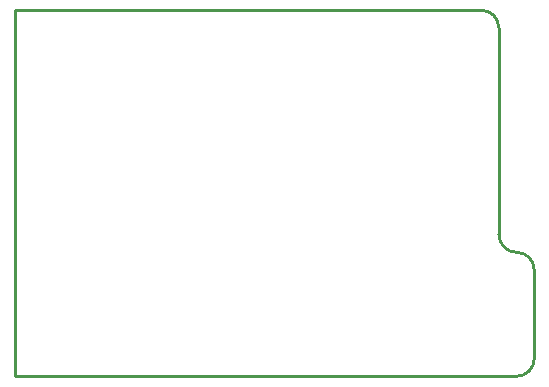
<source format=gm1>
G04*
G04 #@! TF.GenerationSoftware,Altium Limited,Altium Designer,21.7.1 (17)*
G04*
G04 Layer_Color=16711935*
%FSLAX25Y25*%
%MOIN*%
G70*
G04*
G04 #@! TF.SameCoordinates,7597F7ED-B0B0-46DE-8649-F5B0F68803AD*
G04*
G04*
G04 #@! TF.FilePolarity,Positive*
G04*
G01*
G75*
%ADD10C,0.01002*%
%ADD11C,0.01000*%
D10*
X167016Y-394D02*
G03*
X172921Y5512I0J5906D01*
G01*
X161110Y115748D02*
G03*
X155205Y121653I-5906J0D01*
G01*
X161110Y46850D02*
G03*
X167016Y40945I5906J0D01*
G01*
X172921Y35039D02*
G03*
X167016Y40945I-5906J0D01*
G01*
D11*
X172921Y5512D02*
Y35039D01*
X155205Y-394D02*
X167016D01*
X-307Y121653D02*
X155205D01*
X-307D02*
X-307Y-394D01*
X155205D01*
X161110Y46850D02*
Y115748D01*
M02*

</source>
